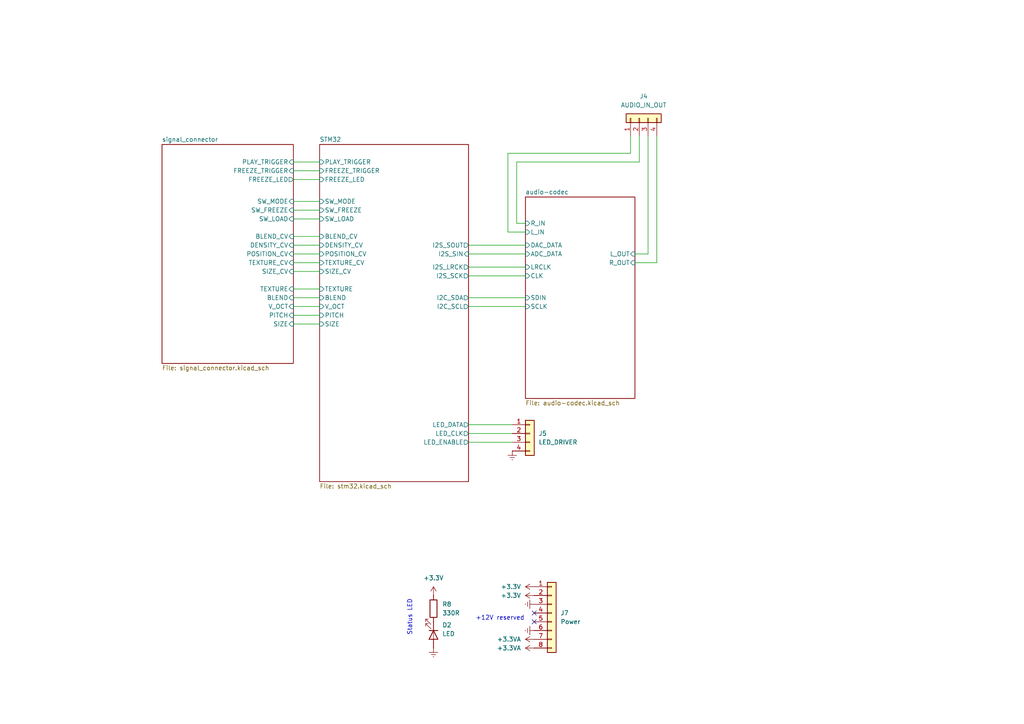
<source format=kicad_sch>
(kicad_sch (version 20231120) (generator "eeschema") (generator_version "8.0")
  (paper "A4")
  (lib_symbols
    (symbol "Connector_Generic:Conn_01x04" (pin_names (offset 1.016) hide)
      (property "Reference" "J" (at 0 5.08 0))
      (property "Value" "Conn_01x04" (at 0 -7.62 0))
      (symbol "Conn_01x04_1_1"
        (rectangle (start -1.27 -4.953) (end 0 -5.207) (stroke (width 0.1524)))
        (rectangle (start -1.27 -2.413) (end 0 -2.667) (stroke (width 0.1524)))
        (rectangle (start -1.27 0.127) (end 0 -0.127) (stroke (width 0.1524)))
        (rectangle (start -1.27 2.667) (end 0 2.413) (stroke (width 0.1524)))
        (rectangle (start -1.27 3.81) (end 1.27 -6.35) (stroke (width 0.254)) (fill (type background)))
        (pin passive line (at -5.08 2.54 0) (length 3.81) (name "Pin_1") (number "1"))
        (pin passive line (at -5.08 0 0) (length 3.81) (name "Pin_2") (number "2"))
        (pin passive line (at -5.08 -2.54 0) (length 3.81) (name "Pin_3") (number "3"))
        (pin passive line (at -5.08 -5.08 0) (length 3.81) (name "Pin_4") (number "4"))
      )
    )
    (symbol "Connector_Generic:Conn_01x08" (pin_names (offset 1.016) hide)
      (property "Reference" "J" (at 0 10.16 0))
      (property "Value" "Conn_01x08" (at 0 -12.7 0))
      (symbol "Conn_01x08_1_1"
        (rectangle (start -1.27 -10.033) (end 0 -10.287) (stroke (width 0.1524)))
        (rectangle (start -1.27 -7.493) (end 0 -7.747) (stroke (width 0.1524)))
        (rectangle (start -1.27 -4.953) (end 0 -5.207) (stroke (width 0.1524)))
        (rectangle (start -1.27 -2.413) (end 0 -2.667) (stroke (width 0.1524)))
        (rectangle (start -1.27 0.127) (end 0 -0.127) (stroke (width 0.1524)))
        (rectangle (start -1.27 2.667) (end 0 2.413) (stroke (width 0.1524)))
        (rectangle (start -1.27 5.207) (end 0 4.953) (stroke (width 0.1524)))
        (rectangle (start -1.27 7.747) (end 0 7.493) (stroke (width 0.1524)))
        (rectangle (start -1.27 8.89) (end 1.27 -11.43) (stroke (width 0.254)) (fill (type background)))
        (pin passive line (at -5.08 7.62 0) (length 3.81) (name "Pin_1") (number "1"))
        (pin passive line (at -5.08 5.08 0) (length 3.81) (name "Pin_2") (number "2"))
        (pin passive line (at -5.08 2.54 0) (length 3.81) (name "Pin_3") (number "3"))
        (pin passive line (at -5.08 0 0) (length 3.81) (name "Pin_4") (number "4"))
        (pin passive line (at -5.08 -2.54 0) (length 3.81) (name "Pin_5") (number "5"))
        (pin passive line (at -5.08 -5.08 0) (length 3.81) (name "Pin_6") (number "6"))
        (pin passive line (at -5.08 -7.62 0) (length 3.81) (name "Pin_7") (number "7"))
        (pin passive line (at -5.08 -10.16 0) (length 3.81) (name "Pin_8") (number "8"))
      )
    )
    (symbol "Device:LED" (pin_numbers hide) (pin_names (offset 1.016) hide)
      (property "Reference" "D" (at 0 2.54 0))
      (property "Value" "LED" (at 0 -2.54 0))
      (symbol "LED_0_1"
        (polyline (pts (xy -1.27 -1.27) (xy -1.27 1.27)) (stroke (width 0.254)))
        (polyline (pts (xy -1.27 0) (xy 1.27 0)))
        (polyline (pts (xy 1.27 -1.27) (xy 1.27 1.27) (xy -1.27 0) (xy 1.27 -1.27)) (stroke (width 0.254)))
        (polyline (pts (xy -3.048 -0.762) (xy -4.572 -2.286) (xy -3.81 -2.286) (xy -4.572 -2.286) (xy -4.572 -1.524)))
        (polyline (pts (xy -1.778 -0.762) (xy -3.302 -2.286) (xy -2.54 -2.286) (xy -3.302 -2.286) (xy -3.302 -1.524)))
      )
      (symbol "LED_1_1"
        (pin passive line (at -3.81 0 0) (length 2.54) (name "K") (number "1"))
        (pin passive line (at 3.81 0 180) (length 2.54) (name "A") (number "2"))
      )
    )
    (symbol "Device:R" (pin_numbers hide) (pin_names (offset 0))
      (property "Reference" "R" (at 2.032 0 90))
      (property "Value" "R" (at 0 0 90))
      (symbol "R_0_1"
        (rectangle (start -1.016 -2.54) (end 1.016 2.54) (stroke (width 0.254)))
      )
      (symbol "R_1_1"
        (pin passive line (at 0 3.81 270) (length 1.27) (name "~") (number "1"))
        (pin passive line (at 0 -3.81 90) (length 1.27) (name "~") (number "2"))
      )
    )
    (symbol "power:+3.3V" (power) (pin_numbers hide) (pin_names (offset 0) hide)
      (property "Value" "+3.3V" (at 0 3.556 0))
      (symbol "+3.3V_0_1"
        (polyline (pts (xy -0.762 1.27) (xy 0 2.54)))
        (polyline (pts (xy 0 0) (xy 0 2.54)))
        (polyline (pts (xy 0 2.54) (xy 0.762 1.27)))
      )
      (symbol "+3.3V_1_1"
        (pin power_in line (at 0 0 90) (length 0) (name "~") (number "1"))
      )
    )
    (symbol "power:GNDREF" (power) (pin_numbers hide) (pin_names (offset 0) hide)
      (property "Value" "GNDREF" (at 0 -3.81 0))
      (symbol "GNDREF_0_1"
        (polyline (pts (xy -0.635 -1.905) (xy 0.635 -1.905)))
        (polyline (pts (xy -0.127 -2.54) (xy 0.127 -2.54)))
        (polyline (pts (xy 0 -1.27) (xy 0 0)))
        (polyline (pts (xy 1.27 -1.27) (xy -1.27 -1.27)))
      )
      (symbol "GNDREF_1_1"
        (pin power_in line (at 0 0 270) (length 0) (name "~") (number "1"))
      )
    )
  )
  (no_connect (at 154.94 177.8))
  (no_connect (at 154.94 180.34))
  (wire (pts (xy 149.86 64.77) (xy 149.86 46.99)))
  (wire (pts (xy 85.09 68.58) (xy 92.71 68.58)))
  (wire (pts (xy 85.09 83.82) (xy 92.71 83.82)))
  (wire (pts (xy 85.09 86.36) (xy 92.71 86.36)))
  (wire (pts (xy 85.09 76.2) (xy 92.71 76.2)))
  (wire (pts (xy 85.09 63.5) (xy 92.71 63.5)))
  (wire (pts (xy 185.42 46.99) (xy 185.42 39.37)))
  (wire (pts (xy 152.4 67.31) (xy 147.32 67.31)))
  (wire (pts (xy 135.89 128.27) (xy 148.59 128.27)))
  (wire (pts (xy 190.5 76.2) (xy 190.5 39.37)))
  (wire (pts (xy 135.89 80.01) (xy 152.4 80.01)))
  (wire (pts (xy 85.09 73.66) (xy 92.71 73.66)))
  (wire (pts (xy 85.09 58.42) (xy 92.71 58.42)))
  (wire (pts (xy 85.09 88.9) (xy 92.71 88.9)))
  (wire (pts (xy 135.89 125.73) (xy 148.59 125.73)))
  (wire (pts (xy 135.89 123.19) (xy 148.59 123.19)))
  (wire (pts (xy 149.86 46.99) (xy 185.42 46.99)))
  (wire (pts (xy 187.96 73.66) (xy 187.96 39.37)))
  (wire (pts (xy 85.09 52.07) (xy 92.71 52.07)))
  (wire (pts (xy 85.09 49.53) (xy 92.71 49.53)))
  (wire (pts (xy 135.89 71.12) (xy 152.4 71.12)))
  (wire (pts (xy 85.09 60.96) (xy 92.71 60.96)))
  (wire (pts (xy 85.09 91.44) (xy 92.71 91.44)))
  (wire (pts (xy 135.89 77.47) (xy 152.4 77.47)))
  (wire (pts (xy 85.09 78.74) (xy 92.71 78.74)))
  (wire (pts (xy 85.09 93.98) (xy 92.71 93.98)))
  (wire (pts (xy 147.32 44.45) (xy 182.88 44.45)))
  (wire (pts (xy 152.4 64.77) (xy 149.86 64.77)))
  (wire (pts (xy 147.32 67.31) (xy 147.32 44.45)))
  (wire (pts (xy 184.15 73.66) (xy 187.96 73.66)))
  (wire (pts (xy 135.89 88.9) (xy 152.4 88.9)))
  (wire (pts (xy 85.09 46.99) (xy 92.71 46.99)))
  (wire (pts (xy 184.15 76.2) (xy 190.5 76.2)))
  (wire (pts (xy 135.89 73.66) (xy 152.4 73.66)))
  (wire (pts (xy 182.88 44.45) (xy 182.88 39.37)))
  (wire (pts (xy 85.09 71.12) (xy 92.71 71.12)))
  (wire (pts (xy 135.89 86.36) (xy 152.4 86.36)))
  (text "Status LED" (at 118.872 179.07 90) (effects (font (size 1.27 1.27))))
  (text "+12V reserved" (at 145.034 179.324 0) (effects (font (size 1.27 1.27))))
  (symbol (lib_id "Connector_Generic:Conn_01x08") (at 160.02 177.8 0) (unit 1)
    (property "Reference" "J7" (at 162.56 177.7999 0) (effects (justify left)))
    (property "Value" "Power" (at 162.56 180.3399 0) (effects (justify left)))
    (property "Footprint" "Connector_PinHeader_2.54mm:PinHeader_1x08_P2.54mm_Vertical" (effects (hide yes)))
    (property "Description" "Generic connector, single row, 01x08, script generated (kicad-library-utils/schlib/autogen/connector/)" (effects (hide yes)))
  )
  (symbol (lib_id "power:+3.3V") (at 154.94 187.96 90) (unit 1)
    (property "Reference" "#PWR037" (effects (hide yes)))
    (property "Value" "+3.3VA" (at 151.13 187.9599 90) (effects (justify left)))
    (property "Description" "Power symbol creates a global label with name \"+3.3V\"" (effects (hide yes)))
  )
  (symbol (lib_id "power:+3.3V") (at 154.94 170.18 90) (unit 1)
    (property "Reference" "#PWR034" (effects (hide yes)))
    (property "Value" "+3.3V" (at 151.13 170.1799 90) (effects (justify left)))
    (property "Description" "Power symbol creates a global label with name \"+3.3V\"" (effects (hide yes)))
  )
  (symbol (lib_id "power:+3.3V") (at 154.94 185.42 90) (unit 1)
    (property "Reference" "#PWR035" (effects (hide yes)))
    (property "Value" "+3.3VA" (at 151.13 185.4199 90) (effects (justify left)))
    (property "Description" "Power symbol creates a global label with name \"+3.3V\"" (effects (hide yes)))
  )
  (symbol (lib_id "power:GNDREF") (at 125.73 187.96 0) (unit 1)
    (property "Reference" "#PWR048" (effects (hide yes)))
    (property "Value" "GNDREF" (effects (hide yes)))
    (property "Description" "Power symbol creates a global label with name \"GNDREF\" , reference supply ground" (effects (hide yes)))
  )
  (symbol (lib_id "Device:R") (at 125.73 176.53 180) (unit 1)
    (property "Reference" "R8" (at 128.27 175.2599 0) (effects (justify right)))
    (property "Value" "330R" (at 128.27 177.7999 0) (effects (justify right)))
    (property "Footprint" "Resistor_SMD:R_0805_2012Metric_Pad1.20x1.40mm_HandSolder" (effects (hide yes)))
    (property "Description" "Resistor" (effects (hide yes)))
  )
  (symbol (lib_id "power:GNDREF") (at 154.94 182.88 270) (unit 1)
    (property "Reference" "#PWR038" (effects (hide yes)))
    (property "Value" "GNDREF" (effects (hide yes)))
    (property "Description" "Power symbol creates a global label with name \"GNDREF\" , reference supply ground" (effects (hide yes)))
  )
  (symbol (lib_id "power:+3.3V") (at 125.73 172.72 0) (unit 1)
    (property "Reference" "#PWR049" (effects (hide yes)))
    (property "Value" "+3.3V" (at 125.73 167.64 0))
    (property "Description" "Power symbol creates a global label with name \"+3.3V\"" (effects (hide yes)))
  )
  (symbol (lib_id "power:+3.3V") (at 154.94 172.72 90) (unit 1)
    (property "Reference" "#PWR036" (effects (hide yes)))
    (property "Value" "+3.3V" (at 151.13 172.7199 90) (effects (justify left)))
    (property "Description" "Power symbol creates a global label with name \"+3.3V\"" (effects (hide yes)))
  )
  (symbol (lib_id "power:GNDREF") (at 148.59 130.81 0) (unit 1)
    (property "Reference" "#PWR029" (effects (hide yes)))
    (property "Value" "GNDREF" (effects (hide yes)))
    (property "Description" "Power symbol creates a global label with name \"GNDREF\" , reference supply ground" (effects (hide yes)))
  )
  (symbol (lib_id "Connector_Generic:Conn_01x04") (at 153.67 125.73 0) (unit 1)
    (property "Reference" "J5" (at 156.21 125.7299 0) (effects (justify left)))
    (property "Value" "LED_DRIVER" (at 156.21 128.2699 0) (effects (justify left)))
    (property "Footprint" "Connector_PinHeader_2.54mm:PinHeader_1x04_P2.54mm_Vertical" (effects (hide yes)))
    (property "Description" "Generic connector, single row, 01x04, script generated (kicad-library-utils/schlib/autogen/connector/)" (effects (hide yes)))
  )
  (symbol (lib_id "Device:LED") (at 125.73 184.15 270) (unit 1)
    (property "Reference" "D2" (at 128.27 181.2924 90) (effects (justify left)))
    (property "Value" "LED" (at 128.27 183.8324 90) (effects (justify left)))
    (property "Footprint" "LED_SMD:LED_0805_2012Metric_Pad1.15x1.40mm_HandSolder" (effects (hide yes)))
    (property "Description" "Light emitting diode" (effects (hide yes)))
  )
  (symbol (lib_id "power:GNDREF") (at 154.94 175.26 270) (unit 1)
    (property "Reference" "#PWR039" (effects (hide yes)))
    (property "Value" "GNDREF" (effects (hide yes)))
    (property "Description" "Power symbol creates a global label with name \"GNDREF\" , reference supply ground" (effects (hide yes)))
  )
  (symbol (lib_id "Connector_Generic:Conn_01x04") (at 185.42 34.29 90) (unit 1)
    (property "Reference" "J4" (at 186.69 27.94 90))
    (property "Value" "AUDIO_IN_OUT" (at 186.69 30.48 90))
    (property "Footprint" "Connector_PinHeader_2.54mm:PinHeader_1x04_P2.54mm_Vertical" (effects (hide yes)))
    (property "Description" "Generic connector, single row, 01x04, script generated (kicad-library-utils/schlib/autogen/connector/)" (effects (hide yes)))
  )
  (sheet (at 92.71 41.91) (size 43.18 97.79) (stroke (width 0.1524))
    (property "Sheetname" "STM32" (at 92.71 41.1984 0) (effects (justify left bottom)))
    (property "Sheetfile" "stm32.kicad_sch" (at 92.71 140.2846 0) (effects (justify left top)))
    (pin "PLAY_TRIGGER" input (at 92.71 46.99 180))
    (pin "FREEZE_TRIGGER" input (at 92.71 49.53 180))
    (pin "FREEZE_LED" input (at 92.71 52.07 180))
    (pin "SW_FREEZE" input (at 92.71 60.96 180))
    (pin "SW_MODE" input (at 92.71 58.42 180))
    (pin "SW_LOAD" input (at 92.71 63.5 180))
    (pin "BLEND_CV" input (at 92.71 68.58 180))
    (pin "DENSITY_CV" input (at 92.71 71.12 180))
    (pin "TEXTURE" input (at 92.71 83.82 180))
    (pin "BLEND" input (at 92.71 86.36 180))
    (pin "POSITION_CV" input (at 92.71 73.66 180))
    (pin "TEXTURE_CV" input (at 92.71 76.2 180))
    (pin "V_OCT" input (at 92.71 88.9 180))
    (pin "SIZE_CV" input (at 92.71 78.74 180))
    (pin "PITCH" input (at 92.71 91.44 180))
    (pin "SIZE" input (at 92.71 93.98 180))
    (pin "I2S_SOUT" output (at 135.89 71.12 0))
    (pin "I2S_LRCK" output (at 135.89 77.47 0))
    (pin "I2C_SDA" output (at 135.89 86.36 0))
    (pin "I2S_SCK" output (at 135.89 80.01 0))
    (pin "I2S_SIN" input (at 135.89 73.66 0))
    (pin "I2C_SCL" output (at 135.89 88.9 0))
    (pin "LED_DATA" output (at 135.89 123.19 0))
    (pin "LED_ENABLE" output (at 135.89 128.27 0))
    (pin "LED_CLK" output (at 135.89 125.73 0))
  )
  (sheet (at 46.99 41.91) (size 38.1 63.5) (stroke (width 0.1524))
    (property "Sheetname" "signal_connector" (at 46.99 41.1984 0) (effects (justify left bottom)))
    (property "Sheetfile" "signal_connector.kicad_sch" (at 46.99 105.9946 0) (effects (justify left top)))
    (pin "TEXTURE_CV" input (at 85.09 76.2 0))
    (pin "DENSITY_CV" input (at 85.09 71.12 0))
    (pin "POSITION_CV" input (at 85.09 73.66 0))
    (pin "SIZE_CV" input (at 85.09 78.74 0))
    (pin "BLEND_CV" input (at 85.09 68.58 0))
    (pin "TEXTURE" input (at 85.09 83.82 0))
    (pin "PITCH" input (at 85.09 91.44 0))
    (pin "SIZE" input (at 85.09 93.98 0))
    (pin "V_OCT" input (at 85.09 88.9 0))
    (pin "BLEND" input (at 85.09 86.36 0))
    (pin "FREEZE_TRIGGER" input (at 85.09 49.53 0))
    (pin "PLAY_TRIGGER" input (at 85.09 46.99 0))
    (pin "SW_MODE" input (at 85.09 58.42 0))
    (pin "SW_FREEZE" input (at 85.09 60.96 0))
    (pin "SW_LOAD" input (at 85.09 63.5 0))
    (pin "FREEZE_LED" output (at 85.09 52.07 0))
  )
  (sheet (at 152.4 57.15) (size 31.75 58.42) (stroke (width 0.1524))
    (property "Sheetname" "audio-codec" (at 152.4 56.4384 0) (effects (justify left bottom)))
    (property "Sheetfile" "audio-codec.kicad_sch" (at 152.4 116.1546 0) (effects (justify left top)))
    (pin "LRCLK" input (at 152.4 77.47 180))
    (pin "CLK" input (at 152.4 80.01 180))
    (pin "ADC_DATA" input (at 152.4 73.66 180))
    (pin "DAC_DATA" input (at 152.4 71.12 180))
    (pin "SDIN" input (at 152.4 86.36 180))
    (pin "SCLK" input (at 152.4 88.9 180))
    (pin "R_OUT" input (at 184.15 76.2 0))
    (pin "R_IN" input (at 152.4 64.77 180))
    (pin "L_OUT" input (at 184.15 73.66 0))
    (pin "L_IN" input (at 152.4 67.31 180))
  )
)
</source>
